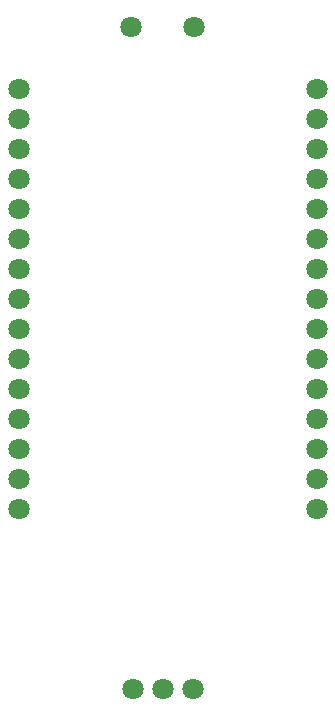
<source format=gts>
G04 #@! TF.GenerationSoftware,KiCad,Pcbnew,(6.0.11-0)*
G04 #@! TF.CreationDate,2024-10-21T12:17:15+07:00*
G04 #@! TF.ProjectId,1,312e6b69-6361-4645-9f70-636258585858,rev?*
G04 #@! TF.SameCoordinates,Original*
G04 #@! TF.FileFunction,Soldermask,Top*
G04 #@! TF.FilePolarity,Negative*
%FSLAX46Y46*%
G04 Gerber Fmt 4.6, Leading zero omitted, Abs format (unit mm)*
G04 Created by KiCad (PCBNEW (6.0.11-0)) date 2024-10-21 12:17:15*
%MOMM*%
%LPD*%
G01*
G04 APERTURE LIST*
%ADD10C,1.800000*%
G04 APERTURE END LIST*
D10*
X119190000Y-33300000D03*
X124500000Y-89340000D03*
X109700000Y-38510000D03*
X124590000Y-33300000D03*
X119420000Y-89340000D03*
X121960000Y-89340000D03*
X109700000Y-41050000D03*
X109700000Y-43590000D03*
X109700000Y-46130000D03*
X109700000Y-48670000D03*
X109700000Y-51210000D03*
X109700000Y-53750000D03*
X109700000Y-56290000D03*
X109700000Y-58830000D03*
X109700000Y-61370000D03*
X109700000Y-63910000D03*
X109700000Y-66450000D03*
X109700000Y-68990000D03*
X109700000Y-71530000D03*
X109700000Y-74070000D03*
X134950000Y-38510000D03*
X134950000Y-41050000D03*
X134950000Y-43590000D03*
X134950000Y-46130000D03*
X134950000Y-48670000D03*
X134950000Y-51210000D03*
X134950000Y-53750000D03*
X134950000Y-56290000D03*
X134950000Y-58830000D03*
X134950000Y-61370000D03*
X134950000Y-63910000D03*
X134950000Y-66450000D03*
X134950000Y-68990000D03*
X134950000Y-71530000D03*
X134950000Y-74070000D03*
M02*

</source>
